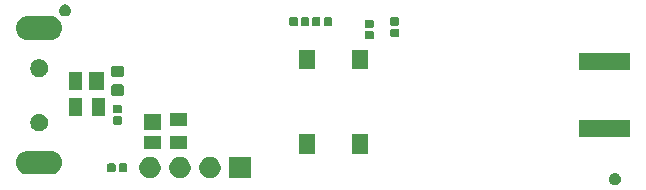
<source format=gbr>
G04 #@! TF.GenerationSoftware,KiCad,Pcbnew,(5.1.5)-3*
G04 #@! TF.CreationDate,2020-07-02T22:05:55+02:00*
G04 #@! TF.ProjectId,Theo3,5468656f-332e-46b6-9963-61645f706362,rev?*
G04 #@! TF.SameCoordinates,Original*
G04 #@! TF.FileFunction,Soldermask,Bot*
G04 #@! TF.FilePolarity,Negative*
%FSLAX46Y46*%
G04 Gerber Fmt 4.6, Leading zero omitted, Abs format (unit mm)*
G04 Created by KiCad (PCBNEW (5.1.5)-3) date 2020-07-02 22:05:55*
%MOMM*%
%LPD*%
G04 APERTURE LIST*
%ADD10C,0.100000*%
G04 APERTURE END LIST*
D10*
G36*
X87852043Y-80037214D02*
G01*
X87908690Y-80060678D01*
X87943039Y-80074906D01*
X87984263Y-80102451D01*
X88024930Y-80129624D01*
X88094576Y-80199270D01*
X88149295Y-80281163D01*
X88186986Y-80372157D01*
X88206200Y-80468753D01*
X88206200Y-80567247D01*
X88186986Y-80663843D01*
X88186985Y-80663845D01*
X88149294Y-80754839D01*
X88094575Y-80836731D01*
X88024931Y-80906375D01*
X87943039Y-80961094D01*
X87943038Y-80961095D01*
X87943037Y-80961095D01*
X87852043Y-80998786D01*
X87755447Y-81018000D01*
X87656953Y-81018000D01*
X87560357Y-80998786D01*
X87469363Y-80961095D01*
X87469362Y-80961095D01*
X87469361Y-80961094D01*
X87387469Y-80906375D01*
X87317825Y-80836731D01*
X87263106Y-80754839D01*
X87225415Y-80663845D01*
X87225414Y-80663843D01*
X87206200Y-80567247D01*
X87206200Y-80468753D01*
X87225414Y-80372157D01*
X87263105Y-80281163D01*
X87317824Y-80199270D01*
X87387470Y-80129624D01*
X87428137Y-80102451D01*
X87469361Y-80074906D01*
X87503710Y-80060678D01*
X87560357Y-80037214D01*
X87656953Y-80018000D01*
X87755447Y-80018000D01*
X87852043Y-80037214D01*
G37*
G36*
X56857200Y-80453800D02*
G01*
X55055200Y-80453800D01*
X55055200Y-78651800D01*
X56857200Y-78651800D01*
X56857200Y-80453800D01*
G37*
G36*
X48449712Y-78656727D02*
G01*
X48599012Y-78686424D01*
X48762984Y-78754344D01*
X48910554Y-78852947D01*
X49036053Y-78978446D01*
X49134656Y-79126016D01*
X49202576Y-79289988D01*
X49237200Y-79464059D01*
X49237200Y-79641541D01*
X49202576Y-79815612D01*
X49134656Y-79979584D01*
X49036053Y-80127154D01*
X48910554Y-80252653D01*
X48762984Y-80351256D01*
X48599012Y-80419176D01*
X48449712Y-80448873D01*
X48424942Y-80453800D01*
X48247458Y-80453800D01*
X48222688Y-80448873D01*
X48073388Y-80419176D01*
X47909416Y-80351256D01*
X47761846Y-80252653D01*
X47636347Y-80127154D01*
X47537744Y-79979584D01*
X47469824Y-79815612D01*
X47435200Y-79641541D01*
X47435200Y-79464059D01*
X47469824Y-79289988D01*
X47537744Y-79126016D01*
X47636347Y-78978446D01*
X47761846Y-78852947D01*
X47909416Y-78754344D01*
X48073388Y-78686424D01*
X48222688Y-78656727D01*
X48247458Y-78651800D01*
X48424942Y-78651800D01*
X48449712Y-78656727D01*
G37*
G36*
X53529712Y-78656727D02*
G01*
X53679012Y-78686424D01*
X53842984Y-78754344D01*
X53990554Y-78852947D01*
X54116053Y-78978446D01*
X54214656Y-79126016D01*
X54282576Y-79289988D01*
X54317200Y-79464059D01*
X54317200Y-79641541D01*
X54282576Y-79815612D01*
X54214656Y-79979584D01*
X54116053Y-80127154D01*
X53990554Y-80252653D01*
X53842984Y-80351256D01*
X53679012Y-80419176D01*
X53529712Y-80448873D01*
X53504942Y-80453800D01*
X53327458Y-80453800D01*
X53302688Y-80448873D01*
X53153388Y-80419176D01*
X52989416Y-80351256D01*
X52841846Y-80252653D01*
X52716347Y-80127154D01*
X52617744Y-79979584D01*
X52549824Y-79815612D01*
X52515200Y-79641541D01*
X52515200Y-79464059D01*
X52549824Y-79289988D01*
X52617744Y-79126016D01*
X52716347Y-78978446D01*
X52841846Y-78852947D01*
X52989416Y-78754344D01*
X53153388Y-78686424D01*
X53302688Y-78656727D01*
X53327458Y-78651800D01*
X53504942Y-78651800D01*
X53529712Y-78656727D01*
G37*
G36*
X50989712Y-78656727D02*
G01*
X51139012Y-78686424D01*
X51302984Y-78754344D01*
X51450554Y-78852947D01*
X51576053Y-78978446D01*
X51674656Y-79126016D01*
X51742576Y-79289988D01*
X51777200Y-79464059D01*
X51777200Y-79641541D01*
X51742576Y-79815612D01*
X51674656Y-79979584D01*
X51576053Y-80127154D01*
X51450554Y-80252653D01*
X51302984Y-80351256D01*
X51139012Y-80419176D01*
X50989712Y-80448873D01*
X50964942Y-80453800D01*
X50787458Y-80453800D01*
X50762688Y-80448873D01*
X50613388Y-80419176D01*
X50449416Y-80351256D01*
X50301846Y-80252653D01*
X50176347Y-80127154D01*
X50077744Y-79979584D01*
X50009824Y-79815612D01*
X49975200Y-79641541D01*
X49975200Y-79464059D01*
X50009824Y-79289988D01*
X50077744Y-79126016D01*
X50176347Y-78978446D01*
X50301846Y-78852947D01*
X50449416Y-78754344D01*
X50613388Y-78686424D01*
X50762688Y-78656727D01*
X50787458Y-78651800D01*
X50964942Y-78651800D01*
X50989712Y-78656727D01*
G37*
G36*
X40101028Y-78144883D02*
G01*
X40289722Y-78202123D01*
X40463615Y-78295071D01*
X40616039Y-78420161D01*
X40741129Y-78572585D01*
X40834077Y-78746478D01*
X40891317Y-78935172D01*
X40910643Y-79131400D01*
X40891317Y-79327628D01*
X40834077Y-79516322D01*
X40741129Y-79690215D01*
X40616039Y-79842639D01*
X40463615Y-79967729D01*
X40289722Y-80060677D01*
X40101028Y-80117917D01*
X39953975Y-80132400D01*
X37955625Y-80132400D01*
X37808572Y-80117917D01*
X37619878Y-80060677D01*
X37445985Y-79967729D01*
X37293561Y-79842639D01*
X37168471Y-79690215D01*
X37075523Y-79516322D01*
X37018283Y-79327628D01*
X36998957Y-79131400D01*
X37018283Y-78935172D01*
X37075523Y-78746478D01*
X37168471Y-78572585D01*
X37293561Y-78420161D01*
X37445985Y-78295071D01*
X37619878Y-78202123D01*
X37808572Y-78144883D01*
X37955625Y-78130400D01*
X39953975Y-78130400D01*
X40101028Y-78144883D01*
G37*
G36*
X45339538Y-79209916D02*
G01*
X45360157Y-79216171D01*
X45379153Y-79226324D01*
X45395808Y-79239992D01*
X45409476Y-79256647D01*
X45419629Y-79275643D01*
X45425884Y-79296262D01*
X45428600Y-79323840D01*
X45428600Y-79832560D01*
X45425884Y-79860138D01*
X45419629Y-79880757D01*
X45409476Y-79899753D01*
X45395808Y-79916408D01*
X45379153Y-79930076D01*
X45360157Y-79940229D01*
X45339538Y-79946484D01*
X45311960Y-79949200D01*
X44853240Y-79949200D01*
X44825662Y-79946484D01*
X44805043Y-79940229D01*
X44786047Y-79930076D01*
X44769392Y-79916408D01*
X44755724Y-79899753D01*
X44745571Y-79880757D01*
X44739316Y-79860138D01*
X44736600Y-79832560D01*
X44736600Y-79323840D01*
X44739316Y-79296262D01*
X44745571Y-79275643D01*
X44755724Y-79256647D01*
X44769392Y-79239992D01*
X44786047Y-79226324D01*
X44805043Y-79216171D01*
X44825662Y-79209916D01*
X44853240Y-79207200D01*
X45311960Y-79207200D01*
X45339538Y-79209916D01*
G37*
G36*
X46309538Y-79209916D02*
G01*
X46330157Y-79216171D01*
X46349153Y-79226324D01*
X46365808Y-79239992D01*
X46379476Y-79256647D01*
X46389629Y-79275643D01*
X46395884Y-79296262D01*
X46398600Y-79323840D01*
X46398600Y-79832560D01*
X46395884Y-79860138D01*
X46389629Y-79880757D01*
X46379476Y-79899753D01*
X46365808Y-79916408D01*
X46349153Y-79930076D01*
X46330157Y-79940229D01*
X46309538Y-79946484D01*
X46281960Y-79949200D01*
X45823240Y-79949200D01*
X45795662Y-79946484D01*
X45775043Y-79940229D01*
X45756047Y-79930076D01*
X45739392Y-79916408D01*
X45725724Y-79899753D01*
X45715571Y-79880757D01*
X45709316Y-79860138D01*
X45706600Y-79832560D01*
X45706600Y-79323840D01*
X45709316Y-79296262D01*
X45715571Y-79275643D01*
X45725724Y-79256647D01*
X45739392Y-79239992D01*
X45756047Y-79226324D01*
X45775043Y-79216171D01*
X45795662Y-79209916D01*
X45823240Y-79207200D01*
X46281960Y-79207200D01*
X46309538Y-79209916D01*
G37*
G36*
X66832000Y-78365800D02*
G01*
X65430000Y-78365800D01*
X65430000Y-76713800D01*
X66832000Y-76713800D01*
X66832000Y-78365800D01*
G37*
G36*
X62332000Y-78365800D02*
G01*
X60930000Y-78365800D01*
X60930000Y-76713800D01*
X62332000Y-76713800D01*
X62332000Y-78365800D01*
G37*
G36*
X51508000Y-77955000D02*
G01*
X50006000Y-77955000D01*
X50006000Y-76853000D01*
X51508000Y-76853000D01*
X51508000Y-77955000D01*
G37*
G36*
X49308000Y-77955000D02*
G01*
X47806000Y-77955000D01*
X47806000Y-76853000D01*
X49308000Y-76853000D01*
X49308000Y-77955000D01*
G37*
G36*
X88968200Y-76957000D02*
G01*
X84666200Y-76957000D01*
X84666200Y-75505000D01*
X88968200Y-75505000D01*
X88968200Y-76957000D01*
G37*
G36*
X39173859Y-75009260D02*
G01*
X39310532Y-75065872D01*
X39433535Y-75148060D01*
X39538140Y-75252665D01*
X39620328Y-75375668D01*
X39676940Y-75512341D01*
X39705800Y-75657433D01*
X39705800Y-75805367D01*
X39676940Y-75950459D01*
X39620328Y-76087132D01*
X39538140Y-76210135D01*
X39433535Y-76314740D01*
X39310532Y-76396928D01*
X39310531Y-76396929D01*
X39310530Y-76396929D01*
X39173859Y-76453540D01*
X39028768Y-76482400D01*
X38880832Y-76482400D01*
X38735741Y-76453540D01*
X38599070Y-76396929D01*
X38599069Y-76396929D01*
X38599068Y-76396928D01*
X38476065Y-76314740D01*
X38371460Y-76210135D01*
X38289272Y-76087132D01*
X38232660Y-75950459D01*
X38203800Y-75805367D01*
X38203800Y-75657433D01*
X38232660Y-75512341D01*
X38289272Y-75375668D01*
X38371460Y-75252665D01*
X38476065Y-75148060D01*
X38599068Y-75065872D01*
X38735741Y-75009260D01*
X38880832Y-74980400D01*
X39028768Y-74980400D01*
X39173859Y-75009260D01*
G37*
G36*
X49308000Y-76335000D02*
G01*
X47806000Y-76335000D01*
X47806000Y-75033000D01*
X49308000Y-75033000D01*
X49308000Y-76335000D01*
G37*
G36*
X51508000Y-76055000D02*
G01*
X50006000Y-76055000D01*
X50006000Y-74953000D01*
X51508000Y-74953000D01*
X51508000Y-76055000D01*
G37*
G36*
X45874938Y-75224116D02*
G01*
X45895557Y-75230371D01*
X45914553Y-75240524D01*
X45931208Y-75254192D01*
X45944876Y-75270847D01*
X45955029Y-75289843D01*
X45961284Y-75310462D01*
X45964000Y-75338040D01*
X45964000Y-75796760D01*
X45961284Y-75824338D01*
X45955029Y-75844957D01*
X45944876Y-75863953D01*
X45931208Y-75880608D01*
X45914553Y-75894276D01*
X45895557Y-75904429D01*
X45874938Y-75910684D01*
X45847360Y-75913400D01*
X45338640Y-75913400D01*
X45311062Y-75910684D01*
X45290443Y-75904429D01*
X45271447Y-75894276D01*
X45254792Y-75880608D01*
X45241124Y-75863953D01*
X45230971Y-75844957D01*
X45224716Y-75824338D01*
X45222000Y-75796760D01*
X45222000Y-75338040D01*
X45224716Y-75310462D01*
X45230971Y-75289843D01*
X45241124Y-75270847D01*
X45254792Y-75254192D01*
X45271447Y-75240524D01*
X45290443Y-75230371D01*
X45311062Y-75224116D01*
X45338640Y-75221400D01*
X45847360Y-75221400D01*
X45874938Y-75224116D01*
G37*
G36*
X42628600Y-75180800D02*
G01*
X41526600Y-75180800D01*
X41526600Y-73678800D01*
X42628600Y-73678800D01*
X42628600Y-75180800D01*
G37*
G36*
X44528600Y-75180800D02*
G01*
X43426600Y-75180800D01*
X43426600Y-73678800D01*
X44528600Y-73678800D01*
X44528600Y-75180800D01*
G37*
G36*
X45874938Y-74254116D02*
G01*
X45895557Y-74260371D01*
X45914553Y-74270524D01*
X45931208Y-74284192D01*
X45944876Y-74300847D01*
X45955029Y-74319843D01*
X45961284Y-74340462D01*
X45964000Y-74368040D01*
X45964000Y-74826760D01*
X45961284Y-74854338D01*
X45955029Y-74874957D01*
X45944876Y-74893953D01*
X45931208Y-74910608D01*
X45914553Y-74924276D01*
X45895557Y-74934429D01*
X45874938Y-74940684D01*
X45847360Y-74943400D01*
X45338640Y-74943400D01*
X45311062Y-74940684D01*
X45290443Y-74934429D01*
X45271447Y-74924276D01*
X45254792Y-74910608D01*
X45241124Y-74893953D01*
X45230971Y-74874957D01*
X45224716Y-74854338D01*
X45222000Y-74826760D01*
X45222000Y-74368040D01*
X45224716Y-74340462D01*
X45230971Y-74319843D01*
X45241124Y-74300847D01*
X45254792Y-74284192D01*
X45271447Y-74270524D01*
X45290443Y-74260371D01*
X45311062Y-74254116D01*
X45338640Y-74251400D01*
X45847360Y-74251400D01*
X45874938Y-74254116D01*
G37*
G36*
X45972591Y-72515285D02*
G01*
X46006569Y-72525593D01*
X46037890Y-72542334D01*
X46065339Y-72564861D01*
X46087866Y-72592310D01*
X46104607Y-72623631D01*
X46114915Y-72657609D01*
X46119000Y-72699090D01*
X46119000Y-73300310D01*
X46114915Y-73341791D01*
X46104607Y-73375769D01*
X46087866Y-73407090D01*
X46065339Y-73434539D01*
X46037890Y-73457066D01*
X46006569Y-73473807D01*
X45972591Y-73484115D01*
X45931110Y-73488200D01*
X45254890Y-73488200D01*
X45213409Y-73484115D01*
X45179431Y-73473807D01*
X45148110Y-73457066D01*
X45120661Y-73434539D01*
X45098134Y-73407090D01*
X45081393Y-73375769D01*
X45071085Y-73341791D01*
X45067000Y-73300310D01*
X45067000Y-72699090D01*
X45071085Y-72657609D01*
X45081393Y-72623631D01*
X45098134Y-72592310D01*
X45120661Y-72564861D01*
X45148110Y-72542334D01*
X45179431Y-72525593D01*
X45213409Y-72515285D01*
X45254890Y-72511200D01*
X45931110Y-72511200D01*
X45972591Y-72515285D01*
G37*
G36*
X42628600Y-72980800D02*
G01*
X41526600Y-72980800D01*
X41526600Y-71478800D01*
X42628600Y-71478800D01*
X42628600Y-72980800D01*
G37*
G36*
X44448600Y-72980800D02*
G01*
X43146600Y-72980800D01*
X43146600Y-71478800D01*
X44448600Y-71478800D01*
X44448600Y-72980800D01*
G37*
G36*
X45972591Y-70940285D02*
G01*
X46006569Y-70950593D01*
X46037890Y-70967334D01*
X46065339Y-70989861D01*
X46087866Y-71017310D01*
X46104607Y-71048631D01*
X46114915Y-71082609D01*
X46119000Y-71124090D01*
X46119000Y-71725310D01*
X46114915Y-71766791D01*
X46104607Y-71800769D01*
X46087866Y-71832090D01*
X46065339Y-71859539D01*
X46037890Y-71882066D01*
X46006569Y-71898807D01*
X45972591Y-71909115D01*
X45931110Y-71913200D01*
X45254890Y-71913200D01*
X45213409Y-71909115D01*
X45179431Y-71898807D01*
X45148110Y-71882066D01*
X45120661Y-71859539D01*
X45098134Y-71832090D01*
X45081393Y-71800769D01*
X45071085Y-71766791D01*
X45067000Y-71725310D01*
X45067000Y-71124090D01*
X45071085Y-71082609D01*
X45081393Y-71048631D01*
X45098134Y-71017310D01*
X45120661Y-70989861D01*
X45148110Y-70967334D01*
X45179431Y-70950593D01*
X45213409Y-70940285D01*
X45254890Y-70936200D01*
X45931110Y-70936200D01*
X45972591Y-70940285D01*
G37*
G36*
X39173859Y-70409260D02*
G01*
X39310532Y-70465872D01*
X39433535Y-70548060D01*
X39538140Y-70652665D01*
X39538141Y-70652667D01*
X39620329Y-70775670D01*
X39676940Y-70912341D01*
X39695916Y-71007739D01*
X39705800Y-71057433D01*
X39705800Y-71205367D01*
X39676940Y-71350459D01*
X39620328Y-71487132D01*
X39538140Y-71610135D01*
X39433535Y-71714740D01*
X39310532Y-71796928D01*
X39310531Y-71796929D01*
X39310530Y-71796929D01*
X39173859Y-71853540D01*
X39028768Y-71882400D01*
X38880832Y-71882400D01*
X38735741Y-71853540D01*
X38599070Y-71796929D01*
X38599069Y-71796929D01*
X38599068Y-71796928D01*
X38476065Y-71714740D01*
X38371460Y-71610135D01*
X38289272Y-71487132D01*
X38232660Y-71350459D01*
X38203800Y-71205367D01*
X38203800Y-71057433D01*
X38213685Y-71007739D01*
X38232660Y-70912341D01*
X38289271Y-70775670D01*
X38371459Y-70652667D01*
X38371460Y-70652665D01*
X38476065Y-70548060D01*
X38599068Y-70465872D01*
X38735741Y-70409260D01*
X38880832Y-70380400D01*
X39028768Y-70380400D01*
X39173859Y-70409260D01*
G37*
G36*
X88968200Y-71307000D02*
G01*
X84666200Y-71307000D01*
X84666200Y-69855000D01*
X88968200Y-69855000D01*
X88968200Y-71307000D01*
G37*
G36*
X66832000Y-71215800D02*
G01*
X65430000Y-71215800D01*
X65430000Y-69563800D01*
X66832000Y-69563800D01*
X66832000Y-71215800D01*
G37*
G36*
X62332000Y-71215800D02*
G01*
X60930000Y-71215800D01*
X60930000Y-69563800D01*
X62332000Y-69563800D01*
X62332000Y-71215800D01*
G37*
G36*
X40101028Y-66744883D02*
G01*
X40289722Y-66802123D01*
X40463615Y-66895071D01*
X40616039Y-67020161D01*
X40741129Y-67172585D01*
X40834077Y-67346478D01*
X40834078Y-67346481D01*
X40844732Y-67381604D01*
X40891317Y-67535172D01*
X40910643Y-67731400D01*
X40891317Y-67927628D01*
X40834077Y-68116322D01*
X40741129Y-68290215D01*
X40616039Y-68442639D01*
X40463615Y-68567729D01*
X40289722Y-68660677D01*
X40101028Y-68717917D01*
X39953975Y-68732400D01*
X37955625Y-68732400D01*
X37808572Y-68717917D01*
X37619878Y-68660677D01*
X37445985Y-68567729D01*
X37293561Y-68442639D01*
X37168471Y-68290215D01*
X37075523Y-68116322D01*
X37018283Y-67927628D01*
X36998957Y-67731400D01*
X37018283Y-67535172D01*
X37064868Y-67381604D01*
X37075522Y-67346481D01*
X37075523Y-67346478D01*
X37168471Y-67172585D01*
X37293561Y-67020161D01*
X37445985Y-66895071D01*
X37619878Y-66802123D01*
X37808572Y-66744883D01*
X37955625Y-66730400D01*
X39953975Y-66730400D01*
X40101028Y-66744883D01*
G37*
G36*
X67185538Y-68010516D02*
G01*
X67206157Y-68016771D01*
X67225153Y-68026924D01*
X67241808Y-68040592D01*
X67255476Y-68057247D01*
X67265629Y-68076243D01*
X67271884Y-68096862D01*
X67274600Y-68124440D01*
X67274600Y-68583160D01*
X67271884Y-68610738D01*
X67265629Y-68631357D01*
X67255476Y-68650353D01*
X67241808Y-68667008D01*
X67225153Y-68680676D01*
X67206157Y-68690829D01*
X67185538Y-68697084D01*
X67157960Y-68699800D01*
X66649240Y-68699800D01*
X66621662Y-68697084D01*
X66601043Y-68690829D01*
X66582047Y-68680676D01*
X66565392Y-68667008D01*
X66551724Y-68650353D01*
X66541571Y-68631357D01*
X66535316Y-68610738D01*
X66532600Y-68583160D01*
X66532600Y-68124440D01*
X66535316Y-68096862D01*
X66541571Y-68076243D01*
X66551724Y-68057247D01*
X66565392Y-68040592D01*
X66582047Y-68026924D01*
X66601043Y-68016771D01*
X66621662Y-68010516D01*
X66649240Y-68007800D01*
X67157960Y-68007800D01*
X67185538Y-68010516D01*
G37*
G36*
X69344538Y-67807316D02*
G01*
X69365157Y-67813571D01*
X69384153Y-67823724D01*
X69400808Y-67837392D01*
X69414476Y-67854047D01*
X69424629Y-67873043D01*
X69430884Y-67893662D01*
X69433600Y-67921240D01*
X69433600Y-68379960D01*
X69430884Y-68407538D01*
X69424629Y-68428157D01*
X69414476Y-68447153D01*
X69400808Y-68463808D01*
X69384153Y-68477476D01*
X69365157Y-68487629D01*
X69344538Y-68493884D01*
X69316960Y-68496600D01*
X68808240Y-68496600D01*
X68780662Y-68493884D01*
X68760043Y-68487629D01*
X68741047Y-68477476D01*
X68724392Y-68463808D01*
X68710724Y-68447153D01*
X68700571Y-68428157D01*
X68694316Y-68407538D01*
X68691600Y-68379960D01*
X68691600Y-67921240D01*
X68694316Y-67893662D01*
X68700571Y-67873043D01*
X68710724Y-67854047D01*
X68724392Y-67837392D01*
X68741047Y-67823724D01*
X68760043Y-67813571D01*
X68780662Y-67807316D01*
X68808240Y-67804600D01*
X69316960Y-67804600D01*
X69344538Y-67807316D01*
G37*
G36*
X67185538Y-67040516D02*
G01*
X67206157Y-67046771D01*
X67225153Y-67056924D01*
X67241808Y-67070592D01*
X67255476Y-67087247D01*
X67265629Y-67106243D01*
X67271884Y-67126862D01*
X67274600Y-67154440D01*
X67274600Y-67613160D01*
X67271884Y-67640738D01*
X67265629Y-67661357D01*
X67255476Y-67680353D01*
X67241808Y-67697008D01*
X67225153Y-67710676D01*
X67206157Y-67720829D01*
X67185538Y-67727084D01*
X67157960Y-67729800D01*
X66649240Y-67729800D01*
X66621662Y-67727084D01*
X66601043Y-67720829D01*
X66582047Y-67710676D01*
X66565392Y-67697008D01*
X66551724Y-67680353D01*
X66541571Y-67661357D01*
X66535316Y-67640738D01*
X66532600Y-67613160D01*
X66532600Y-67154440D01*
X66535316Y-67126862D01*
X66541571Y-67106243D01*
X66551724Y-67087247D01*
X66565392Y-67070592D01*
X66582047Y-67056924D01*
X66601043Y-67046771D01*
X66621662Y-67040516D01*
X66649240Y-67037800D01*
X67157960Y-67037800D01*
X67185538Y-67040516D01*
G37*
G36*
X61727338Y-66840116D02*
G01*
X61747957Y-66846371D01*
X61766953Y-66856524D01*
X61783608Y-66870192D01*
X61797276Y-66886847D01*
X61807429Y-66905843D01*
X61813684Y-66926462D01*
X61816400Y-66954040D01*
X61816400Y-67462760D01*
X61813684Y-67490338D01*
X61807429Y-67510957D01*
X61797276Y-67529953D01*
X61783608Y-67546608D01*
X61766953Y-67560276D01*
X61747957Y-67570429D01*
X61727338Y-67576684D01*
X61699760Y-67579400D01*
X61241040Y-67579400D01*
X61213462Y-67576684D01*
X61192843Y-67570429D01*
X61173847Y-67560276D01*
X61157192Y-67546608D01*
X61143524Y-67529953D01*
X61133371Y-67510957D01*
X61127116Y-67490338D01*
X61124400Y-67462760D01*
X61124400Y-66954040D01*
X61127116Y-66926462D01*
X61133371Y-66905843D01*
X61143524Y-66886847D01*
X61157192Y-66870192D01*
X61173847Y-66856524D01*
X61192843Y-66846371D01*
X61213462Y-66840116D01*
X61241040Y-66837400D01*
X61699760Y-66837400D01*
X61727338Y-66840116D01*
G37*
G36*
X63660138Y-66840116D02*
G01*
X63680757Y-66846371D01*
X63699753Y-66856524D01*
X63716408Y-66870192D01*
X63730076Y-66886847D01*
X63740229Y-66905843D01*
X63746484Y-66926462D01*
X63749200Y-66954040D01*
X63749200Y-67462760D01*
X63746484Y-67490338D01*
X63740229Y-67510957D01*
X63730076Y-67529953D01*
X63716408Y-67546608D01*
X63699753Y-67560276D01*
X63680757Y-67570429D01*
X63660138Y-67576684D01*
X63632560Y-67579400D01*
X63173840Y-67579400D01*
X63146262Y-67576684D01*
X63125643Y-67570429D01*
X63106647Y-67560276D01*
X63089992Y-67546608D01*
X63076324Y-67529953D01*
X63066171Y-67510957D01*
X63059916Y-67490338D01*
X63057200Y-67462760D01*
X63057200Y-66954040D01*
X63059916Y-66926462D01*
X63066171Y-66905843D01*
X63076324Y-66886847D01*
X63089992Y-66870192D01*
X63106647Y-66856524D01*
X63125643Y-66846371D01*
X63146262Y-66840116D01*
X63173840Y-66837400D01*
X63632560Y-66837400D01*
X63660138Y-66840116D01*
G37*
G36*
X62690138Y-66840116D02*
G01*
X62710757Y-66846371D01*
X62729753Y-66856524D01*
X62746408Y-66870192D01*
X62760076Y-66886847D01*
X62770229Y-66905843D01*
X62776484Y-66926462D01*
X62779200Y-66954040D01*
X62779200Y-67462760D01*
X62776484Y-67490338D01*
X62770229Y-67510957D01*
X62760076Y-67529953D01*
X62746408Y-67546608D01*
X62729753Y-67560276D01*
X62710757Y-67570429D01*
X62690138Y-67576684D01*
X62662560Y-67579400D01*
X62203840Y-67579400D01*
X62176262Y-67576684D01*
X62155643Y-67570429D01*
X62136647Y-67560276D01*
X62119992Y-67546608D01*
X62106324Y-67529953D01*
X62096171Y-67510957D01*
X62089916Y-67490338D01*
X62087200Y-67462760D01*
X62087200Y-66954040D01*
X62089916Y-66926462D01*
X62096171Y-66905843D01*
X62106324Y-66886847D01*
X62119992Y-66870192D01*
X62136647Y-66856524D01*
X62155643Y-66846371D01*
X62176262Y-66840116D01*
X62203840Y-66837400D01*
X62662560Y-66837400D01*
X62690138Y-66840116D01*
G37*
G36*
X60757338Y-66840116D02*
G01*
X60777957Y-66846371D01*
X60796953Y-66856524D01*
X60813608Y-66870192D01*
X60827276Y-66886847D01*
X60837429Y-66905843D01*
X60843684Y-66926462D01*
X60846400Y-66954040D01*
X60846400Y-67462760D01*
X60843684Y-67490338D01*
X60837429Y-67510957D01*
X60827276Y-67529953D01*
X60813608Y-67546608D01*
X60796953Y-67560276D01*
X60777957Y-67570429D01*
X60757338Y-67576684D01*
X60729760Y-67579400D01*
X60271040Y-67579400D01*
X60243462Y-67576684D01*
X60222843Y-67570429D01*
X60203847Y-67560276D01*
X60187192Y-67546608D01*
X60173524Y-67529953D01*
X60163371Y-67510957D01*
X60157116Y-67490338D01*
X60154400Y-67462760D01*
X60154400Y-66954040D01*
X60157116Y-66926462D01*
X60163371Y-66905843D01*
X60173524Y-66886847D01*
X60187192Y-66870192D01*
X60203847Y-66856524D01*
X60222843Y-66846371D01*
X60243462Y-66840116D01*
X60271040Y-66837400D01*
X60729760Y-66837400D01*
X60757338Y-66840116D01*
G37*
G36*
X69344538Y-66837316D02*
G01*
X69365157Y-66843571D01*
X69384153Y-66853724D01*
X69400808Y-66867392D01*
X69414476Y-66884047D01*
X69424629Y-66903043D01*
X69430884Y-66923662D01*
X69433600Y-66951240D01*
X69433600Y-67409960D01*
X69430884Y-67437538D01*
X69424629Y-67458157D01*
X69414476Y-67477153D01*
X69400808Y-67493808D01*
X69384153Y-67507476D01*
X69365157Y-67517629D01*
X69344538Y-67523884D01*
X69316960Y-67526600D01*
X68808240Y-67526600D01*
X68780662Y-67523884D01*
X68760043Y-67517629D01*
X68741047Y-67507476D01*
X68724392Y-67493808D01*
X68710724Y-67477153D01*
X68700571Y-67458157D01*
X68694316Y-67437538D01*
X68691600Y-67409960D01*
X68691600Y-66951240D01*
X68694316Y-66923662D01*
X68700571Y-66903043D01*
X68710724Y-66884047D01*
X68724392Y-66867392D01*
X68741047Y-66853724D01*
X68760043Y-66843571D01*
X68780662Y-66837316D01*
X68808240Y-66834600D01*
X69316960Y-66834600D01*
X69344538Y-66837316D01*
G37*
G36*
X41293843Y-65762414D02*
G01*
X41293846Y-65762415D01*
X41293845Y-65762415D01*
X41384839Y-65800106D01*
X41426063Y-65827651D01*
X41466730Y-65854824D01*
X41536376Y-65924470D01*
X41591095Y-66006363D01*
X41628786Y-66097357D01*
X41648000Y-66193953D01*
X41648000Y-66292447D01*
X41628786Y-66389043D01*
X41628785Y-66389045D01*
X41591094Y-66480039D01*
X41536375Y-66561931D01*
X41466731Y-66631575D01*
X41384839Y-66686294D01*
X41384838Y-66686295D01*
X41384837Y-66686295D01*
X41293843Y-66723986D01*
X41197247Y-66743200D01*
X41098753Y-66743200D01*
X41002157Y-66723986D01*
X40911163Y-66686295D01*
X40911162Y-66686295D01*
X40911161Y-66686294D01*
X40829269Y-66631575D01*
X40759625Y-66561931D01*
X40704906Y-66480039D01*
X40667215Y-66389045D01*
X40667214Y-66389043D01*
X40648000Y-66292447D01*
X40648000Y-66193953D01*
X40667214Y-66097357D01*
X40704905Y-66006363D01*
X40759624Y-65924470D01*
X40829270Y-65854824D01*
X40869937Y-65827651D01*
X40911161Y-65800106D01*
X41002155Y-65762415D01*
X41002154Y-65762415D01*
X41002157Y-65762414D01*
X41098753Y-65743200D01*
X41197247Y-65743200D01*
X41293843Y-65762414D01*
G37*
M02*

</source>
